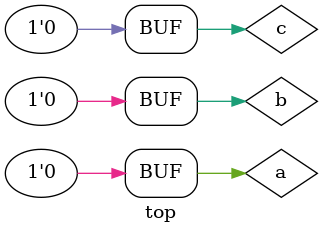
<source format=sv>

module top;
    logic a = 0;
    logic b = 0;
    assign c = (a|b);
    always @(c)
        if (a || b)
            $display("a or b");
    initial begin
        #1; a = 1;
        #1; a = 0;
        #1; a = 1'bx;
    end
endmodule

</source>
